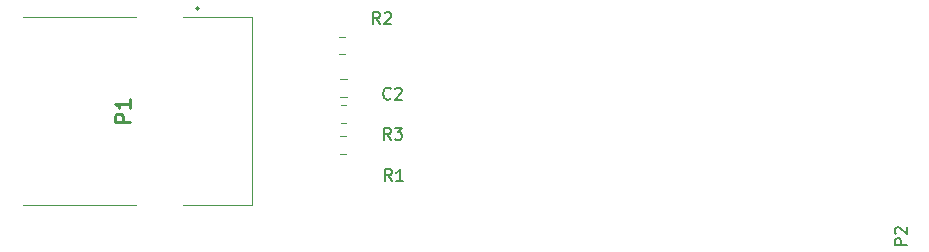
<source format=gbr>
%TF.GenerationSoftware,KiCad,Pcbnew,7.0.2*%
%TF.CreationDate,2024-05-24T17:29:10+02:00*%
%TF.ProjectId,dsoxlan,64736f78-6c61-46e2-9e6b-696361645f70,rev?*%
%TF.SameCoordinates,Original*%
%TF.FileFunction,Legend,Top*%
%TF.FilePolarity,Positive*%
%FSLAX46Y46*%
G04 Gerber Fmt 4.6, Leading zero omitted, Abs format (unit mm)*
G04 Created by KiCad (PCBNEW 7.0.2) date 2024-05-24 17:29:10*
%MOMM*%
%LPD*%
G01*
G04 APERTURE LIST*
%ADD10C,0.254000*%
%ADD11C,0.150000*%
%ADD12C,0.100000*%
%ADD13C,0.200000*%
%ADD14C,0.120000*%
G04 APERTURE END LIST*
D10*
%TO.C,P1*%
X121667527Y-89282381D02*
X120397527Y-89282381D01*
X120397527Y-89282381D02*
X120397527Y-88798571D01*
X120397527Y-88798571D02*
X120458003Y-88677619D01*
X120458003Y-88677619D02*
X120518479Y-88617142D01*
X120518479Y-88617142D02*
X120639431Y-88556666D01*
X120639431Y-88556666D02*
X120820860Y-88556666D01*
X120820860Y-88556666D02*
X120941812Y-88617142D01*
X120941812Y-88617142D02*
X121002289Y-88677619D01*
X121002289Y-88677619D02*
X121062765Y-88798571D01*
X121062765Y-88798571D02*
X121062765Y-89282381D01*
X121667527Y-87347142D02*
X121667527Y-88072857D01*
X121667527Y-87710000D02*
X120397527Y-87710000D01*
X120397527Y-87710000D02*
X120578955Y-87830952D01*
X120578955Y-87830952D02*
X120699908Y-87951904D01*
X120699908Y-87951904D02*
X120760384Y-88072857D01*
D11*
%TO.C,C2*%
X143733333Y-87267380D02*
X143685714Y-87315000D01*
X143685714Y-87315000D02*
X143542857Y-87362619D01*
X143542857Y-87362619D02*
X143447619Y-87362619D01*
X143447619Y-87362619D02*
X143304762Y-87315000D01*
X143304762Y-87315000D02*
X143209524Y-87219761D01*
X143209524Y-87219761D02*
X143161905Y-87124523D01*
X143161905Y-87124523D02*
X143114286Y-86934047D01*
X143114286Y-86934047D02*
X143114286Y-86791190D01*
X143114286Y-86791190D02*
X143161905Y-86600714D01*
X143161905Y-86600714D02*
X143209524Y-86505476D01*
X143209524Y-86505476D02*
X143304762Y-86410238D01*
X143304762Y-86410238D02*
X143447619Y-86362619D01*
X143447619Y-86362619D02*
X143542857Y-86362619D01*
X143542857Y-86362619D02*
X143685714Y-86410238D01*
X143685714Y-86410238D02*
X143733333Y-86457857D01*
X144114286Y-86457857D02*
X144161905Y-86410238D01*
X144161905Y-86410238D02*
X144257143Y-86362619D01*
X144257143Y-86362619D02*
X144495238Y-86362619D01*
X144495238Y-86362619D02*
X144590476Y-86410238D01*
X144590476Y-86410238D02*
X144638095Y-86457857D01*
X144638095Y-86457857D02*
X144685714Y-86553095D01*
X144685714Y-86553095D02*
X144685714Y-86648333D01*
X144685714Y-86648333D02*
X144638095Y-86791190D01*
X144638095Y-86791190D02*
X144066667Y-87362619D01*
X144066667Y-87362619D02*
X144685714Y-87362619D01*
%TO.C,P2*%
X187416619Y-99688094D02*
X186416619Y-99688094D01*
X186416619Y-99688094D02*
X186416619Y-99307142D01*
X186416619Y-99307142D02*
X186464238Y-99211904D01*
X186464238Y-99211904D02*
X186511857Y-99164285D01*
X186511857Y-99164285D02*
X186607095Y-99116666D01*
X186607095Y-99116666D02*
X186749952Y-99116666D01*
X186749952Y-99116666D02*
X186845190Y-99164285D01*
X186845190Y-99164285D02*
X186892809Y-99211904D01*
X186892809Y-99211904D02*
X186940428Y-99307142D01*
X186940428Y-99307142D02*
X186940428Y-99688094D01*
X186511857Y-98735713D02*
X186464238Y-98688094D01*
X186464238Y-98688094D02*
X186416619Y-98592856D01*
X186416619Y-98592856D02*
X186416619Y-98354761D01*
X186416619Y-98354761D02*
X186464238Y-98259523D01*
X186464238Y-98259523D02*
X186511857Y-98211904D01*
X186511857Y-98211904D02*
X186607095Y-98164285D01*
X186607095Y-98164285D02*
X186702333Y-98164285D01*
X186702333Y-98164285D02*
X186845190Y-98211904D01*
X186845190Y-98211904D02*
X187416619Y-98783332D01*
X187416619Y-98783332D02*
X187416619Y-98164285D01*
%TO.C,R1*%
X143833333Y-94262619D02*
X143500000Y-93786428D01*
X143261905Y-94262619D02*
X143261905Y-93262619D01*
X143261905Y-93262619D02*
X143642857Y-93262619D01*
X143642857Y-93262619D02*
X143738095Y-93310238D01*
X143738095Y-93310238D02*
X143785714Y-93357857D01*
X143785714Y-93357857D02*
X143833333Y-93453095D01*
X143833333Y-93453095D02*
X143833333Y-93595952D01*
X143833333Y-93595952D02*
X143785714Y-93691190D01*
X143785714Y-93691190D02*
X143738095Y-93738809D01*
X143738095Y-93738809D02*
X143642857Y-93786428D01*
X143642857Y-93786428D02*
X143261905Y-93786428D01*
X144785714Y-94262619D02*
X144214286Y-94262619D01*
X144500000Y-94262619D02*
X144500000Y-93262619D01*
X144500000Y-93262619D02*
X144404762Y-93405476D01*
X144404762Y-93405476D02*
X144309524Y-93500714D01*
X144309524Y-93500714D02*
X144214286Y-93548333D01*
%TO.C,R2*%
X142833333Y-80962619D02*
X142500000Y-80486428D01*
X142261905Y-80962619D02*
X142261905Y-79962619D01*
X142261905Y-79962619D02*
X142642857Y-79962619D01*
X142642857Y-79962619D02*
X142738095Y-80010238D01*
X142738095Y-80010238D02*
X142785714Y-80057857D01*
X142785714Y-80057857D02*
X142833333Y-80153095D01*
X142833333Y-80153095D02*
X142833333Y-80295952D01*
X142833333Y-80295952D02*
X142785714Y-80391190D01*
X142785714Y-80391190D02*
X142738095Y-80438809D01*
X142738095Y-80438809D02*
X142642857Y-80486428D01*
X142642857Y-80486428D02*
X142261905Y-80486428D01*
X143214286Y-80057857D02*
X143261905Y-80010238D01*
X143261905Y-80010238D02*
X143357143Y-79962619D01*
X143357143Y-79962619D02*
X143595238Y-79962619D01*
X143595238Y-79962619D02*
X143690476Y-80010238D01*
X143690476Y-80010238D02*
X143738095Y-80057857D01*
X143738095Y-80057857D02*
X143785714Y-80153095D01*
X143785714Y-80153095D02*
X143785714Y-80248333D01*
X143785714Y-80248333D02*
X143738095Y-80391190D01*
X143738095Y-80391190D02*
X143166667Y-80962619D01*
X143166667Y-80962619D02*
X143785714Y-80962619D01*
%TO.C,R3*%
X143733333Y-90762619D02*
X143400000Y-90286428D01*
X143161905Y-90762619D02*
X143161905Y-89762619D01*
X143161905Y-89762619D02*
X143542857Y-89762619D01*
X143542857Y-89762619D02*
X143638095Y-89810238D01*
X143638095Y-89810238D02*
X143685714Y-89857857D01*
X143685714Y-89857857D02*
X143733333Y-89953095D01*
X143733333Y-89953095D02*
X143733333Y-90095952D01*
X143733333Y-90095952D02*
X143685714Y-90191190D01*
X143685714Y-90191190D02*
X143638095Y-90238809D01*
X143638095Y-90238809D02*
X143542857Y-90286428D01*
X143542857Y-90286428D02*
X143161905Y-90286428D01*
X144066667Y-89762619D02*
X144685714Y-89762619D01*
X144685714Y-89762619D02*
X144352381Y-90143571D01*
X144352381Y-90143571D02*
X144495238Y-90143571D01*
X144495238Y-90143571D02*
X144590476Y-90191190D01*
X144590476Y-90191190D02*
X144638095Y-90238809D01*
X144638095Y-90238809D02*
X144685714Y-90334047D01*
X144685714Y-90334047D02*
X144685714Y-90572142D01*
X144685714Y-90572142D02*
X144638095Y-90667380D01*
X144638095Y-90667380D02*
X144590476Y-90715000D01*
X144590476Y-90715000D02*
X144495238Y-90762619D01*
X144495238Y-90762619D02*
X144209524Y-90762619D01*
X144209524Y-90762619D02*
X144114286Y-90715000D01*
X144114286Y-90715000D02*
X144066667Y-90667380D01*
D12*
%TO.C,P1*%
X122160001Y-96285000D02*
X112580001Y-96285000D01*
X126160001Y-96285000D02*
X132000001Y-96285000D01*
X132000001Y-96285000D02*
X132000001Y-80405000D01*
X112580001Y-80405000D02*
X122160001Y-80405000D01*
X132000001Y-80405000D02*
X126160001Y-80405000D01*
D13*
X127280001Y-79645000D02*
X127280001Y-79645000D01*
X127480001Y-79645000D02*
X127480001Y-79645000D01*
X127480001Y-79645000D02*
G75*
G03*
X127280001Y-79645000I-100000J0D01*
G01*
X127280001Y-79645000D02*
G75*
G03*
X127480001Y-79645000I100000J0D01*
G01*
D14*
%TO.C,C2*%
X139998752Y-87135000D02*
X139476248Y-87135000D01*
X139998752Y-85665000D02*
X139476248Y-85665000D01*
%TO.C,R1*%
X139927064Y-91935000D02*
X139472936Y-91935000D01*
X139927064Y-90465000D02*
X139472936Y-90465000D01*
%TO.C,R2*%
X139827064Y-83535000D02*
X139372936Y-83535000D01*
X139827064Y-82065000D02*
X139372936Y-82065000D01*
%TO.C,R3*%
X139964564Y-89325000D02*
X139510436Y-89325000D01*
X139964564Y-87855000D02*
X139510436Y-87855000D01*
%TD*%
M02*

</source>
